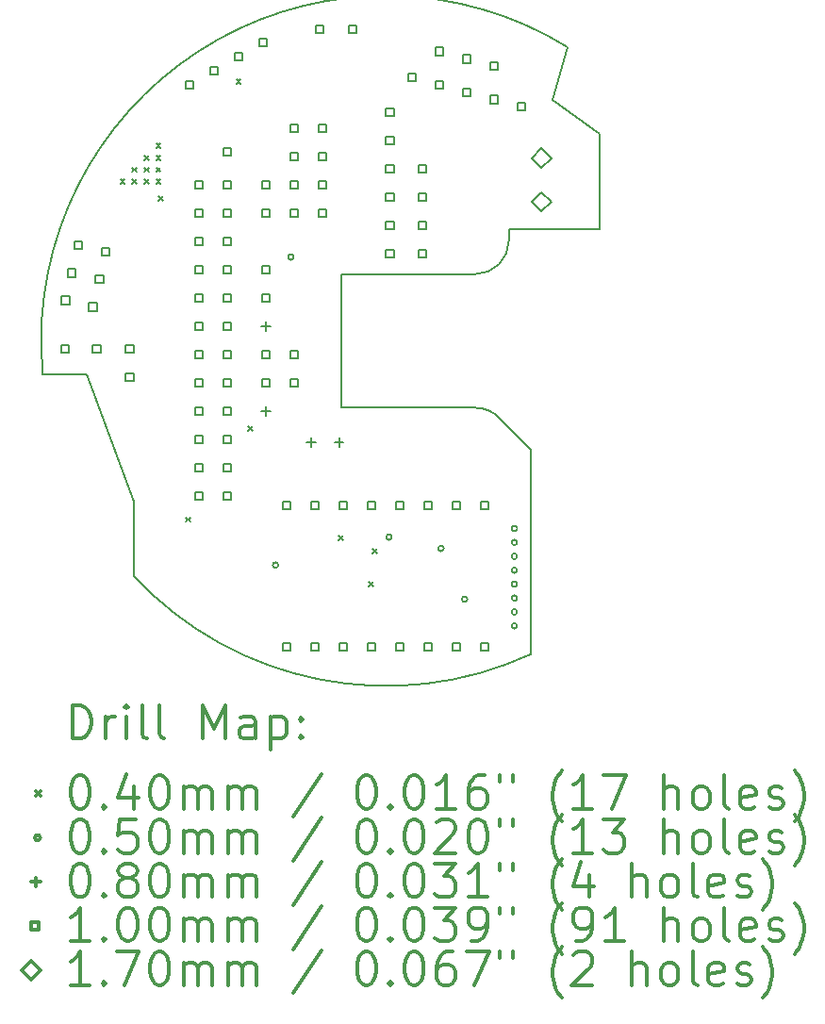
<source format=gbr>
%FSLAX45Y45*%
G04 Gerber Fmt 4.5, Leading zero omitted, Abs format (unit mm)*
G04 Created by KiCad (PCBNEW (5.0.2)-1) date 22/03/2019 14:34:31*
%MOMM*%
%LPD*%
G01*
G04 APERTURE LIST*
%ADD10C,0.150000*%
%ADD11C,0.200000*%
%ADD12C,0.300000*%
G04 APERTURE END LIST*
D10*
X6711980Y3799982D02*
G75*
G03X6492000Y3896000I-219980J-203982D01*
G01*
X6711980Y3799982D02*
X6992000Y3520000D01*
X3424795Y3050000D02*
X3424795Y2384809D01*
X3006000Y4196000D02*
X3424795Y3050000D01*
X2606551Y4195990D02*
X3006000Y4196000D01*
X7605000Y6352000D02*
X7188000Y6658000D01*
X7316967Y7135978D02*
X7188000Y6658000D01*
X7605000Y5496000D02*
X7605000Y6352000D01*
X3424795Y2384809D02*
G75*
G03X6992000Y1684000I2267205J2111191D01*
G01*
X6492000Y5096000D02*
G75*
G03X6792000Y5396000I0J300000D01*
G01*
X2606551Y4195990D02*
G75*
G02X2592000Y4496000I3085449J300010D01*
G01*
X7316967Y7135978D02*
G75*
G03X2592000Y4496000I-1624967J-2639978D01*
G01*
X5292000Y5096000D02*
X6492000Y5096000D01*
X6492000Y3896000D02*
X5292000Y3896000D01*
X6992000Y1684000D02*
X6992000Y3520000D01*
X6792000Y5496000D02*
X6792000Y5396000D01*
X5292000Y5096000D02*
X5292000Y3896000D01*
X6792000Y5496000D02*
X7605000Y5496000D01*
D11*
X3303000Y5946000D02*
X3343000Y5906000D01*
X3343000Y5946000D02*
X3303000Y5906000D01*
X3410667Y6053667D02*
X3450667Y6013667D01*
X3450667Y6053667D02*
X3410667Y6013667D01*
X3410667Y5946000D02*
X3450667Y5906000D01*
X3450667Y5946000D02*
X3410667Y5906000D01*
X3518333Y5946000D02*
X3558333Y5906000D01*
X3558333Y5946000D02*
X3518333Y5906000D01*
X3518333Y6161333D02*
X3558333Y6121333D01*
X3558333Y6161333D02*
X3518333Y6121333D01*
X3518333Y6053667D02*
X3558333Y6013667D01*
X3558333Y6053667D02*
X3518333Y6013667D01*
X3626000Y6269000D02*
X3666000Y6229000D01*
X3666000Y6269000D02*
X3626000Y6229000D01*
X3626000Y6161333D02*
X3666000Y6121333D01*
X3666000Y6161333D02*
X3626000Y6121333D01*
X3626000Y6053667D02*
X3666000Y6013667D01*
X3666000Y6053667D02*
X3626000Y6013667D01*
X3626000Y5946000D02*
X3666000Y5906000D01*
X3666000Y5946000D02*
X3626000Y5906000D01*
X3649000Y5794400D02*
X3689000Y5754400D01*
X3689000Y5794400D02*
X3649000Y5754400D01*
X3892000Y2912000D02*
X3932000Y2872000D01*
X3932000Y2912000D02*
X3892000Y2872000D01*
X4343941Y6842400D02*
X4383941Y6802400D01*
X4383941Y6842400D02*
X4343941Y6802400D01*
X4452000Y3731000D02*
X4492000Y3691000D01*
X4492000Y3731000D02*
X4452000Y3691000D01*
X5263000Y2747000D02*
X5303000Y2707000D01*
X5303000Y2747000D02*
X5263000Y2707000D01*
X5536000Y2331000D02*
X5576000Y2291000D01*
X5576000Y2331000D02*
X5536000Y2291000D01*
X5568000Y2629000D02*
X5608000Y2589000D01*
X5608000Y2629000D02*
X5568000Y2589000D01*
X4722000Y2484000D02*
G75*
G03X4722000Y2484000I-25000J0D01*
G01*
X4860000Y5249000D02*
G75*
G03X4860000Y5249000I-25000J0D01*
G01*
X5741000Y2734000D02*
G75*
G03X5741000Y2734000I-25000J0D01*
G01*
X6208000Y2632000D02*
G75*
G03X6208000Y2632000I-25000J0D01*
G01*
X6420000Y2177000D02*
G75*
G03X6420000Y2177000I-25000J0D01*
G01*
X6867000Y2812000D02*
G75*
G03X6867000Y2812000I-25000J0D01*
G01*
X6867000Y2687000D02*
G75*
G03X6867000Y2687000I-25000J0D01*
G01*
X6867000Y2562000D02*
G75*
G03X6867000Y2562000I-25000J0D01*
G01*
X6867000Y2437000D02*
G75*
G03X6867000Y2437000I-25000J0D01*
G01*
X6867000Y2312000D02*
G75*
G03X6867000Y2312000I-25000J0D01*
G01*
X6867000Y2187000D02*
G75*
G03X6867000Y2187000I-25000J0D01*
G01*
X6867000Y2062000D02*
G75*
G03X6867000Y2062000I-25000J0D01*
G01*
X6867000Y1937000D02*
G75*
G03X6867000Y1937000I-25000J0D01*
G01*
X4612000Y4666000D02*
X4612000Y4586000D01*
X4572000Y4626000D02*
X4652000Y4626000D01*
X4612000Y3904000D02*
X4612000Y3824000D01*
X4572000Y3864000D02*
X4652000Y3864000D01*
X5017000Y3626000D02*
X5017000Y3546000D01*
X4977000Y3586000D02*
X5057000Y3586000D01*
X5267000Y3626000D02*
X5267000Y3546000D01*
X5227000Y3586000D02*
X5307000Y3586000D01*
X6206356Y7059644D02*
X6206356Y7130356D01*
X6135644Y7130356D01*
X6135644Y7059644D01*
X6206356Y7059644D01*
X6451701Y6993904D02*
X6451701Y7064616D01*
X6380989Y7064616D01*
X6380989Y6993904D01*
X6451701Y6993904D01*
X6697046Y6928164D02*
X6697046Y6998876D01*
X6626335Y6998876D01*
X6626335Y6928164D01*
X6697046Y6928164D01*
X4643356Y5606644D02*
X4643356Y5677356D01*
X4572644Y5677356D01*
X4572644Y5606644D01*
X4643356Y5606644D01*
X5957155Y6826224D02*
X5957155Y6896936D01*
X5886444Y6896936D01*
X5886444Y6826224D01*
X5957155Y6826224D01*
X6202500Y6760484D02*
X6202500Y6831196D01*
X6131789Y6831196D01*
X6131789Y6760484D01*
X6202500Y6760484D01*
X6447845Y6694744D02*
X6447845Y6765456D01*
X6377134Y6765456D01*
X6377134Y6694744D01*
X6447845Y6694744D01*
X6693190Y6629004D02*
X6693190Y6699716D01*
X6622479Y6699716D01*
X6622479Y6629004D01*
X6693190Y6629004D01*
X6938536Y6563264D02*
X6938536Y6633976D01*
X6867824Y6633976D01*
X6867824Y6563264D01*
X6938536Y6563264D01*
X4647356Y5099644D02*
X4647356Y5170356D01*
X4576644Y5170356D01*
X4576644Y5099644D01*
X4647356Y5099644D01*
X4647356Y4845644D02*
X4647356Y4916356D01*
X4576644Y4916356D01*
X4576644Y4845644D01*
X4647356Y4845644D01*
X3422356Y4136644D02*
X3422356Y4207356D01*
X3351644Y4207356D01*
X3351644Y4136644D01*
X3422356Y4136644D01*
X3959356Y6761644D02*
X3959356Y6832356D01*
X3888644Y6832356D01*
X3888644Y6761644D01*
X3959356Y6761644D01*
X4179326Y6888644D02*
X4179326Y6959356D01*
X4108615Y6959356D01*
X4108615Y6888644D01*
X4179326Y6888644D01*
X4399297Y7015644D02*
X4399297Y7086356D01*
X4328585Y7086356D01*
X4328585Y7015644D01*
X4399297Y7015644D01*
X4619267Y7142644D02*
X4619267Y7213356D01*
X4548556Y7213356D01*
X4548556Y7142644D01*
X4619267Y7142644D01*
X6051356Y6004644D02*
X6051356Y6075356D01*
X5980644Y6075356D01*
X5980644Y6004644D01*
X6051356Y6004644D01*
X6051356Y5750644D02*
X6051356Y5821356D01*
X5980644Y5821356D01*
X5980644Y5750644D01*
X6051356Y5750644D01*
X6051356Y5496644D02*
X6051356Y5567356D01*
X5980644Y5567356D01*
X5980644Y5496644D01*
X6051356Y5496644D01*
X6051356Y5242644D02*
X6051356Y5313356D01*
X5980644Y5313356D01*
X5980644Y5242644D01*
X6051356Y5242644D01*
X4297356Y6160644D02*
X4297356Y6231356D01*
X4226644Y6231356D01*
X4226644Y6160644D01*
X4297356Y6160644D01*
X5127356Y7260644D02*
X5127356Y7331356D01*
X5056644Y7331356D01*
X5056644Y7260644D01*
X5127356Y7260644D01*
X4833156Y2982124D02*
X4833156Y3052836D01*
X4762444Y3052836D01*
X4762444Y2982124D01*
X4833156Y2982124D01*
X4833156Y1712124D02*
X4833156Y1782836D01*
X4762444Y1782836D01*
X4762444Y1712124D01*
X4833156Y1712124D01*
X5087156Y2982124D02*
X5087156Y3052836D01*
X5016444Y3052836D01*
X5016444Y2982124D01*
X5087156Y2982124D01*
X5087156Y1712124D02*
X5087156Y1782836D01*
X5016444Y1782836D01*
X5016444Y1712124D01*
X5087156Y1712124D01*
X5341156Y2982124D02*
X5341156Y3052836D01*
X5270444Y3052836D01*
X5270444Y2982124D01*
X5341156Y2982124D01*
X5341156Y1712124D02*
X5341156Y1782836D01*
X5270444Y1782836D01*
X5270444Y1712124D01*
X5341156Y1712124D01*
X5595156Y2982124D02*
X5595156Y3052836D01*
X5524444Y3052836D01*
X5524444Y2982124D01*
X5595156Y2982124D01*
X5595156Y1712124D02*
X5595156Y1782836D01*
X5524444Y1782836D01*
X5524444Y1712124D01*
X5595156Y1712124D01*
X5849156Y2982124D02*
X5849156Y3052836D01*
X5778444Y3052836D01*
X5778444Y2982124D01*
X5849156Y2982124D01*
X5849156Y1712124D02*
X5849156Y1782836D01*
X5778444Y1782836D01*
X5778444Y1712124D01*
X5849156Y1712124D01*
X6103156Y2982124D02*
X6103156Y3052836D01*
X6032444Y3052836D01*
X6032444Y2982124D01*
X6103156Y2982124D01*
X6103156Y1712124D02*
X6103156Y1782836D01*
X6032444Y1782836D01*
X6032444Y1712124D01*
X6103156Y1712124D01*
X6357156Y2982124D02*
X6357156Y3052836D01*
X6286444Y3052836D01*
X6286444Y2982124D01*
X6357156Y2982124D01*
X6357156Y1712124D02*
X6357156Y1782836D01*
X6286444Y1782836D01*
X6286444Y1712124D01*
X6357156Y1712124D01*
X6611156Y2982124D02*
X6611156Y3052836D01*
X6540444Y3052836D01*
X6540444Y2982124D01*
X6611156Y2982124D01*
X6611156Y1712124D02*
X6611156Y1782836D01*
X6540444Y1782836D01*
X6540444Y1712124D01*
X6611156Y1712124D01*
X4897356Y6370484D02*
X4897356Y6441196D01*
X4826644Y6441196D01*
X4826644Y6370484D01*
X4897356Y6370484D01*
X4897356Y6116484D02*
X4897356Y6187196D01*
X4826644Y6187196D01*
X4826644Y6116484D01*
X4897356Y6116484D01*
X4897356Y5862484D02*
X4897356Y5933196D01*
X4826644Y5933196D01*
X4826644Y5862484D01*
X4897356Y5862484D01*
X4897356Y5608484D02*
X4897356Y5679196D01*
X4826644Y5679196D01*
X4826644Y5608484D01*
X4897356Y5608484D01*
X5151356Y6370484D02*
X5151356Y6441196D01*
X5080644Y6441196D01*
X5080644Y6370484D01*
X5151356Y6370484D01*
X5151356Y6116484D02*
X5151356Y6187196D01*
X5080644Y6187196D01*
X5080644Y6116484D01*
X5151356Y6116484D01*
X5151356Y5862484D02*
X5151356Y5933196D01*
X5080644Y5933196D01*
X5080644Y5862484D01*
X5151356Y5862484D01*
X5151356Y5608484D02*
X5151356Y5679196D01*
X5080644Y5679196D01*
X5080644Y5608484D01*
X5151356Y5608484D01*
X2845751Y4824186D02*
X2845751Y4894897D01*
X2775039Y4894897D01*
X2775039Y4824186D01*
X2845751Y4824186D01*
X2902888Y5071676D02*
X2902888Y5142387D01*
X2832177Y5142387D01*
X2832177Y5071676D01*
X2902888Y5071676D01*
X2960026Y5319166D02*
X2960026Y5389877D01*
X2889314Y5389877D01*
X2889314Y5319166D01*
X2960026Y5319166D01*
X3093241Y4767048D02*
X3093241Y4837760D01*
X3022529Y4837760D01*
X3022529Y4767048D01*
X3093241Y4767048D01*
X3150378Y5014538D02*
X3150378Y5085250D01*
X3079667Y5085250D01*
X3079667Y5014538D01*
X3150378Y5014538D01*
X3207516Y5262028D02*
X3207516Y5332740D01*
X3136804Y5332740D01*
X3136804Y5262028D01*
X3207516Y5262028D01*
X4643356Y5862484D02*
X4643356Y5933196D01*
X4572644Y5933196D01*
X4572644Y5862484D01*
X4643356Y5862484D01*
X2844356Y4390644D02*
X2844356Y4461356D01*
X2773644Y4461356D01*
X2773644Y4390644D01*
X2844356Y4390644D01*
X3422356Y4390644D02*
X3422356Y4461356D01*
X3351644Y4461356D01*
X3351644Y4390644D01*
X3422356Y4390644D01*
X5758356Y6512644D02*
X5758356Y6583356D01*
X5687644Y6583356D01*
X5687644Y6512644D01*
X5758356Y6512644D01*
X5758356Y6258644D02*
X5758356Y6329356D01*
X5687644Y6329356D01*
X5687644Y6258644D01*
X5758356Y6258644D01*
X5758356Y6004644D02*
X5758356Y6075356D01*
X5687644Y6075356D01*
X5687644Y6004644D01*
X5758356Y6004644D01*
X5758356Y5750644D02*
X5758356Y5821356D01*
X5687644Y5821356D01*
X5687644Y5750644D01*
X5758356Y5750644D01*
X5758356Y5496644D02*
X5758356Y5567356D01*
X5687644Y5567356D01*
X5687644Y5496644D01*
X5758356Y5496644D01*
X5758356Y5242644D02*
X5758356Y5313356D01*
X5687644Y5313356D01*
X5687644Y5242644D01*
X5758356Y5242644D01*
X4043356Y5860644D02*
X4043356Y5931356D01*
X3972644Y5931356D01*
X3972644Y5860644D01*
X4043356Y5860644D01*
X4043356Y5606644D02*
X4043356Y5677356D01*
X3972644Y5677356D01*
X3972644Y5606644D01*
X4043356Y5606644D01*
X4043356Y5352644D02*
X4043356Y5423356D01*
X3972644Y5423356D01*
X3972644Y5352644D01*
X4043356Y5352644D01*
X4043356Y5098644D02*
X4043356Y5169356D01*
X3972644Y5169356D01*
X3972644Y5098644D01*
X4043356Y5098644D01*
X4043356Y4844644D02*
X4043356Y4915356D01*
X3972644Y4915356D01*
X3972644Y4844644D01*
X4043356Y4844644D01*
X4043356Y4590644D02*
X4043356Y4661356D01*
X3972644Y4661356D01*
X3972644Y4590644D01*
X4043356Y4590644D01*
X4043356Y4336644D02*
X4043356Y4407356D01*
X3972644Y4407356D01*
X3972644Y4336644D01*
X4043356Y4336644D01*
X4043356Y4082644D02*
X4043356Y4153356D01*
X3972644Y4153356D01*
X3972644Y4082644D01*
X4043356Y4082644D01*
X4043356Y3828644D02*
X4043356Y3899356D01*
X3972644Y3899356D01*
X3972644Y3828644D01*
X4043356Y3828644D01*
X4043356Y3574644D02*
X4043356Y3645356D01*
X3972644Y3645356D01*
X3972644Y3574644D01*
X4043356Y3574644D01*
X4043356Y3320644D02*
X4043356Y3391356D01*
X3972644Y3391356D01*
X3972644Y3320644D01*
X4043356Y3320644D01*
X4043356Y3066644D02*
X4043356Y3137356D01*
X3972644Y3137356D01*
X3972644Y3066644D01*
X4043356Y3066644D01*
X4297356Y5860644D02*
X4297356Y5931356D01*
X4226644Y5931356D01*
X4226644Y5860644D01*
X4297356Y5860644D01*
X4297356Y5606644D02*
X4297356Y5677356D01*
X4226644Y5677356D01*
X4226644Y5606644D01*
X4297356Y5606644D01*
X4297356Y5352644D02*
X4297356Y5423356D01*
X4226644Y5423356D01*
X4226644Y5352644D01*
X4297356Y5352644D01*
X4297356Y5098644D02*
X4297356Y5169356D01*
X4226644Y5169356D01*
X4226644Y5098644D01*
X4297356Y5098644D01*
X4297356Y4844644D02*
X4297356Y4915356D01*
X4226644Y4915356D01*
X4226644Y4844644D01*
X4297356Y4844644D01*
X4297356Y4590644D02*
X4297356Y4661356D01*
X4226644Y4661356D01*
X4226644Y4590644D01*
X4297356Y4590644D01*
X4297356Y4336644D02*
X4297356Y4407356D01*
X4226644Y4407356D01*
X4226644Y4336644D01*
X4297356Y4336644D01*
X4297356Y4082644D02*
X4297356Y4153356D01*
X4226644Y4153356D01*
X4226644Y4082644D01*
X4297356Y4082644D01*
X4297356Y3828644D02*
X4297356Y3899356D01*
X4226644Y3899356D01*
X4226644Y3828644D01*
X4297356Y3828644D01*
X4297356Y3574644D02*
X4297356Y3645356D01*
X4226644Y3645356D01*
X4226644Y3574644D01*
X4297356Y3574644D01*
X4297356Y3320644D02*
X4297356Y3391356D01*
X4226644Y3391356D01*
X4226644Y3320644D01*
X4297356Y3320644D01*
X4297356Y3066644D02*
X4297356Y3137356D01*
X4226644Y3137356D01*
X4226644Y3066644D01*
X4297356Y3066644D01*
X5427356Y7260644D02*
X5427356Y7331356D01*
X5356644Y7331356D01*
X5356644Y7260644D01*
X5427356Y7260644D01*
X3127356Y4390644D02*
X3127356Y4461356D01*
X3056644Y4461356D01*
X3056644Y4390644D01*
X3127356Y4390644D01*
X4647356Y4336644D02*
X4647356Y4407356D01*
X4576644Y4407356D01*
X4576644Y4336644D01*
X4647356Y4336644D01*
X4647356Y4082644D02*
X4647356Y4153356D01*
X4576644Y4153356D01*
X4576644Y4082644D01*
X4647356Y4082644D01*
X4901356Y4336644D02*
X4901356Y4407356D01*
X4830644Y4407356D01*
X4830644Y4336644D01*
X4901356Y4336644D01*
X4901356Y4082644D02*
X4901356Y4153356D01*
X4830644Y4153356D01*
X4830644Y4082644D01*
X4901356Y4082644D01*
X7087000Y6054000D02*
X7172000Y6139000D01*
X7087000Y6224000D01*
X7002000Y6139000D01*
X7087000Y6054000D01*
X7087000Y5658000D02*
X7172000Y5743000D01*
X7087000Y5828000D01*
X7002000Y5743000D01*
X7087000Y5658000D01*
D12*
X2870928Y924828D02*
X2870928Y1224828D01*
X2942357Y1224828D01*
X2985214Y1210542D01*
X3013786Y1181971D01*
X3028071Y1153399D01*
X3042357Y1096256D01*
X3042357Y1053399D01*
X3028071Y996256D01*
X3013786Y967685D01*
X2985214Y939113D01*
X2942357Y924828D01*
X2870928Y924828D01*
X3170928Y924828D02*
X3170928Y1124828D01*
X3170928Y1067685D02*
X3185214Y1096256D01*
X3199500Y1110542D01*
X3228071Y1124828D01*
X3256643Y1124828D01*
X3356643Y924828D02*
X3356643Y1124828D01*
X3356643Y1224828D02*
X3342357Y1210542D01*
X3356643Y1196256D01*
X3370928Y1210542D01*
X3356643Y1224828D01*
X3356643Y1196256D01*
X3542357Y924828D02*
X3513786Y939113D01*
X3499500Y967685D01*
X3499500Y1224828D01*
X3699500Y924828D02*
X3670928Y939113D01*
X3656643Y967685D01*
X3656643Y1224828D01*
X4042357Y924828D02*
X4042357Y1224828D01*
X4142357Y1010542D01*
X4242357Y1224828D01*
X4242357Y924828D01*
X4513786Y924828D02*
X4513786Y1081971D01*
X4499500Y1110542D01*
X4470928Y1124828D01*
X4413786Y1124828D01*
X4385214Y1110542D01*
X4513786Y939113D02*
X4485214Y924828D01*
X4413786Y924828D01*
X4385214Y939113D01*
X4370928Y967685D01*
X4370928Y996256D01*
X4385214Y1024828D01*
X4413786Y1039113D01*
X4485214Y1039113D01*
X4513786Y1053399D01*
X4656643Y1124828D02*
X4656643Y824828D01*
X4656643Y1110542D02*
X4685214Y1124828D01*
X4742357Y1124828D01*
X4770928Y1110542D01*
X4785214Y1096256D01*
X4799500Y1067685D01*
X4799500Y981970D01*
X4785214Y953399D01*
X4770928Y939113D01*
X4742357Y924828D01*
X4685214Y924828D01*
X4656643Y939113D01*
X4928071Y953399D02*
X4942357Y939113D01*
X4928071Y924828D01*
X4913786Y939113D01*
X4928071Y953399D01*
X4928071Y924828D01*
X4928071Y1110542D02*
X4942357Y1096256D01*
X4928071Y1081971D01*
X4913786Y1096256D01*
X4928071Y1110542D01*
X4928071Y1081971D01*
X2544500Y450542D02*
X2584500Y410542D01*
X2584500Y450542D02*
X2544500Y410542D01*
X2928071Y594828D02*
X2956643Y594828D01*
X2985214Y580542D01*
X2999500Y566256D01*
X3013786Y537685D01*
X3028071Y480542D01*
X3028071Y409113D01*
X3013786Y351970D01*
X2999500Y323399D01*
X2985214Y309113D01*
X2956643Y294828D01*
X2928071Y294828D01*
X2899500Y309113D01*
X2885214Y323399D01*
X2870928Y351970D01*
X2856643Y409113D01*
X2856643Y480542D01*
X2870928Y537685D01*
X2885214Y566256D01*
X2899500Y580542D01*
X2928071Y594828D01*
X3156643Y323399D02*
X3170928Y309113D01*
X3156643Y294828D01*
X3142357Y309113D01*
X3156643Y323399D01*
X3156643Y294828D01*
X3428071Y494828D02*
X3428071Y294828D01*
X3356643Y609113D02*
X3285214Y394828D01*
X3470928Y394828D01*
X3642357Y594828D02*
X3670928Y594828D01*
X3699500Y580542D01*
X3713786Y566256D01*
X3728071Y537685D01*
X3742357Y480542D01*
X3742357Y409113D01*
X3728071Y351970D01*
X3713786Y323399D01*
X3699500Y309113D01*
X3670928Y294828D01*
X3642357Y294828D01*
X3613786Y309113D01*
X3599500Y323399D01*
X3585214Y351970D01*
X3570928Y409113D01*
X3570928Y480542D01*
X3585214Y537685D01*
X3599500Y566256D01*
X3613786Y580542D01*
X3642357Y594828D01*
X3870928Y294828D02*
X3870928Y494828D01*
X3870928Y466256D02*
X3885214Y480542D01*
X3913786Y494828D01*
X3956643Y494828D01*
X3985214Y480542D01*
X3999500Y451970D01*
X3999500Y294828D01*
X3999500Y451970D02*
X4013786Y480542D01*
X4042357Y494828D01*
X4085214Y494828D01*
X4113786Y480542D01*
X4128071Y451970D01*
X4128071Y294828D01*
X4270928Y294828D02*
X4270928Y494828D01*
X4270928Y466256D02*
X4285214Y480542D01*
X4313786Y494828D01*
X4356643Y494828D01*
X4385214Y480542D01*
X4399500Y451970D01*
X4399500Y294828D01*
X4399500Y451970D02*
X4413786Y480542D01*
X4442357Y494828D01*
X4485214Y494828D01*
X4513786Y480542D01*
X4528071Y451970D01*
X4528071Y294828D01*
X5113786Y609113D02*
X4856643Y223399D01*
X5499500Y594828D02*
X5528071Y594828D01*
X5556643Y580542D01*
X5570928Y566256D01*
X5585214Y537685D01*
X5599500Y480542D01*
X5599500Y409113D01*
X5585214Y351970D01*
X5570928Y323399D01*
X5556643Y309113D01*
X5528071Y294828D01*
X5499500Y294828D01*
X5470928Y309113D01*
X5456643Y323399D01*
X5442357Y351970D01*
X5428071Y409113D01*
X5428071Y480542D01*
X5442357Y537685D01*
X5456643Y566256D01*
X5470928Y580542D01*
X5499500Y594828D01*
X5728071Y323399D02*
X5742357Y309113D01*
X5728071Y294828D01*
X5713786Y309113D01*
X5728071Y323399D01*
X5728071Y294828D01*
X5928071Y594828D02*
X5956643Y594828D01*
X5985214Y580542D01*
X5999500Y566256D01*
X6013786Y537685D01*
X6028071Y480542D01*
X6028071Y409113D01*
X6013786Y351970D01*
X5999500Y323399D01*
X5985214Y309113D01*
X5956643Y294828D01*
X5928071Y294828D01*
X5899500Y309113D01*
X5885214Y323399D01*
X5870928Y351970D01*
X5856643Y409113D01*
X5856643Y480542D01*
X5870928Y537685D01*
X5885214Y566256D01*
X5899500Y580542D01*
X5928071Y594828D01*
X6313786Y294828D02*
X6142357Y294828D01*
X6228071Y294828D02*
X6228071Y594828D01*
X6199500Y551971D01*
X6170928Y523399D01*
X6142357Y509113D01*
X6570928Y594828D02*
X6513786Y594828D01*
X6485214Y580542D01*
X6470928Y566256D01*
X6442357Y523399D01*
X6428071Y466256D01*
X6428071Y351970D01*
X6442357Y323399D01*
X6456643Y309113D01*
X6485214Y294828D01*
X6542357Y294828D01*
X6570928Y309113D01*
X6585214Y323399D01*
X6599500Y351970D01*
X6599500Y423399D01*
X6585214Y451970D01*
X6570928Y466256D01*
X6542357Y480542D01*
X6485214Y480542D01*
X6456643Y466256D01*
X6442357Y451970D01*
X6428071Y423399D01*
X6713786Y594828D02*
X6713786Y537685D01*
X6828071Y594828D02*
X6828071Y537685D01*
X7270928Y180542D02*
X7256643Y194828D01*
X7228071Y237685D01*
X7213786Y266256D01*
X7199500Y309113D01*
X7185214Y380542D01*
X7185214Y437685D01*
X7199500Y509113D01*
X7213786Y551971D01*
X7228071Y580542D01*
X7256643Y623399D01*
X7270928Y637685D01*
X7542357Y294828D02*
X7370928Y294828D01*
X7456643Y294828D02*
X7456643Y594828D01*
X7428071Y551971D01*
X7399500Y523399D01*
X7370928Y509113D01*
X7642357Y594828D02*
X7842357Y594828D01*
X7713786Y294828D01*
X8185214Y294828D02*
X8185214Y594828D01*
X8313786Y294828D02*
X8313786Y451970D01*
X8299500Y480542D01*
X8270928Y494828D01*
X8228071Y494828D01*
X8199500Y480542D01*
X8185214Y466256D01*
X8499500Y294828D02*
X8470928Y309113D01*
X8456643Y323399D01*
X8442357Y351970D01*
X8442357Y437685D01*
X8456643Y466256D01*
X8470928Y480542D01*
X8499500Y494828D01*
X8542357Y494828D01*
X8570928Y480542D01*
X8585214Y466256D01*
X8599500Y437685D01*
X8599500Y351970D01*
X8585214Y323399D01*
X8570928Y309113D01*
X8542357Y294828D01*
X8499500Y294828D01*
X8770928Y294828D02*
X8742357Y309113D01*
X8728071Y337685D01*
X8728071Y594828D01*
X8999500Y309113D02*
X8970928Y294828D01*
X8913786Y294828D01*
X8885214Y309113D01*
X8870928Y337685D01*
X8870928Y451970D01*
X8885214Y480542D01*
X8913786Y494828D01*
X8970928Y494828D01*
X8999500Y480542D01*
X9013786Y451970D01*
X9013786Y423399D01*
X8870928Y394828D01*
X9128071Y309113D02*
X9156643Y294828D01*
X9213786Y294828D01*
X9242357Y309113D01*
X9256643Y337685D01*
X9256643Y351970D01*
X9242357Y380542D01*
X9213786Y394828D01*
X9170928Y394828D01*
X9142357Y409113D01*
X9128071Y437685D01*
X9128071Y451970D01*
X9142357Y480542D01*
X9170928Y494828D01*
X9213786Y494828D01*
X9242357Y480542D01*
X9356643Y180542D02*
X9370928Y194828D01*
X9399500Y237685D01*
X9413786Y266256D01*
X9428071Y309113D01*
X9442357Y380542D01*
X9442357Y437685D01*
X9428071Y509113D01*
X9413786Y551971D01*
X9399500Y580542D01*
X9370928Y623399D01*
X9356643Y637685D01*
X2584500Y34542D02*
G75*
G03X2584500Y34542I-25000J0D01*
G01*
X2928071Y198828D02*
X2956643Y198828D01*
X2985214Y184542D01*
X2999500Y170256D01*
X3013786Y141685D01*
X3028071Y84542D01*
X3028071Y13113D01*
X3013786Y-44029D01*
X2999500Y-72601D01*
X2985214Y-86887D01*
X2956643Y-101172D01*
X2928071Y-101172D01*
X2899500Y-86887D01*
X2885214Y-72601D01*
X2870928Y-44029D01*
X2856643Y13113D01*
X2856643Y84542D01*
X2870928Y141685D01*
X2885214Y170256D01*
X2899500Y184542D01*
X2928071Y198828D01*
X3156643Y-72601D02*
X3170928Y-86887D01*
X3156643Y-101172D01*
X3142357Y-86887D01*
X3156643Y-72601D01*
X3156643Y-101172D01*
X3442357Y198828D02*
X3299500Y198828D01*
X3285214Y55970D01*
X3299500Y70256D01*
X3328071Y84542D01*
X3399500Y84542D01*
X3428071Y70256D01*
X3442357Y55970D01*
X3456643Y27399D01*
X3456643Y-44029D01*
X3442357Y-72601D01*
X3428071Y-86887D01*
X3399500Y-101172D01*
X3328071Y-101172D01*
X3299500Y-86887D01*
X3285214Y-72601D01*
X3642357Y198828D02*
X3670928Y198828D01*
X3699500Y184542D01*
X3713786Y170256D01*
X3728071Y141685D01*
X3742357Y84542D01*
X3742357Y13113D01*
X3728071Y-44029D01*
X3713786Y-72601D01*
X3699500Y-86887D01*
X3670928Y-101172D01*
X3642357Y-101172D01*
X3613786Y-86887D01*
X3599500Y-72601D01*
X3585214Y-44029D01*
X3570928Y13113D01*
X3570928Y84542D01*
X3585214Y141685D01*
X3599500Y170256D01*
X3613786Y184542D01*
X3642357Y198828D01*
X3870928Y-101172D02*
X3870928Y98828D01*
X3870928Y70256D02*
X3885214Y84542D01*
X3913786Y98828D01*
X3956643Y98828D01*
X3985214Y84542D01*
X3999500Y55970D01*
X3999500Y-101172D01*
X3999500Y55970D02*
X4013786Y84542D01*
X4042357Y98828D01*
X4085214Y98828D01*
X4113786Y84542D01*
X4128071Y55970D01*
X4128071Y-101172D01*
X4270928Y-101172D02*
X4270928Y98828D01*
X4270928Y70256D02*
X4285214Y84542D01*
X4313786Y98828D01*
X4356643Y98828D01*
X4385214Y84542D01*
X4399500Y55970D01*
X4399500Y-101172D01*
X4399500Y55970D02*
X4413786Y84542D01*
X4442357Y98828D01*
X4485214Y98828D01*
X4513786Y84542D01*
X4528071Y55970D01*
X4528071Y-101172D01*
X5113786Y213113D02*
X4856643Y-172601D01*
X5499500Y198828D02*
X5528071Y198828D01*
X5556643Y184542D01*
X5570928Y170256D01*
X5585214Y141685D01*
X5599500Y84542D01*
X5599500Y13113D01*
X5585214Y-44029D01*
X5570928Y-72601D01*
X5556643Y-86887D01*
X5528071Y-101172D01*
X5499500Y-101172D01*
X5470928Y-86887D01*
X5456643Y-72601D01*
X5442357Y-44029D01*
X5428071Y13113D01*
X5428071Y84542D01*
X5442357Y141685D01*
X5456643Y170256D01*
X5470928Y184542D01*
X5499500Y198828D01*
X5728071Y-72601D02*
X5742357Y-86887D01*
X5728071Y-101172D01*
X5713786Y-86887D01*
X5728071Y-72601D01*
X5728071Y-101172D01*
X5928071Y198828D02*
X5956643Y198828D01*
X5985214Y184542D01*
X5999500Y170256D01*
X6013786Y141685D01*
X6028071Y84542D01*
X6028071Y13113D01*
X6013786Y-44029D01*
X5999500Y-72601D01*
X5985214Y-86887D01*
X5956643Y-101172D01*
X5928071Y-101172D01*
X5899500Y-86887D01*
X5885214Y-72601D01*
X5870928Y-44029D01*
X5856643Y13113D01*
X5856643Y84542D01*
X5870928Y141685D01*
X5885214Y170256D01*
X5899500Y184542D01*
X5928071Y198828D01*
X6142357Y170256D02*
X6156643Y184542D01*
X6185214Y198828D01*
X6256643Y198828D01*
X6285214Y184542D01*
X6299500Y170256D01*
X6313786Y141685D01*
X6313786Y113113D01*
X6299500Y70256D01*
X6128071Y-101172D01*
X6313786Y-101172D01*
X6499500Y198828D02*
X6528071Y198828D01*
X6556643Y184542D01*
X6570928Y170256D01*
X6585214Y141685D01*
X6599500Y84542D01*
X6599500Y13113D01*
X6585214Y-44029D01*
X6570928Y-72601D01*
X6556643Y-86887D01*
X6528071Y-101172D01*
X6499500Y-101172D01*
X6470928Y-86887D01*
X6456643Y-72601D01*
X6442357Y-44029D01*
X6428071Y13113D01*
X6428071Y84542D01*
X6442357Y141685D01*
X6456643Y170256D01*
X6470928Y184542D01*
X6499500Y198828D01*
X6713786Y198828D02*
X6713786Y141685D01*
X6828071Y198828D02*
X6828071Y141685D01*
X7270928Y-215458D02*
X7256643Y-201172D01*
X7228071Y-158315D01*
X7213786Y-129744D01*
X7199500Y-86887D01*
X7185214Y-15458D01*
X7185214Y41685D01*
X7199500Y113113D01*
X7213786Y155971D01*
X7228071Y184542D01*
X7256643Y227399D01*
X7270928Y241685D01*
X7542357Y-101172D02*
X7370928Y-101172D01*
X7456643Y-101172D02*
X7456643Y198828D01*
X7428071Y155971D01*
X7399500Y127399D01*
X7370928Y113113D01*
X7642357Y198828D02*
X7828071Y198828D01*
X7728071Y84542D01*
X7770928Y84542D01*
X7799500Y70256D01*
X7813786Y55970D01*
X7828071Y27399D01*
X7828071Y-44029D01*
X7813786Y-72601D01*
X7799500Y-86887D01*
X7770928Y-101172D01*
X7685214Y-101172D01*
X7656643Y-86887D01*
X7642357Y-72601D01*
X8185214Y-101172D02*
X8185214Y198828D01*
X8313786Y-101172D02*
X8313786Y55970D01*
X8299500Y84542D01*
X8270928Y98828D01*
X8228071Y98828D01*
X8199500Y84542D01*
X8185214Y70256D01*
X8499500Y-101172D02*
X8470928Y-86887D01*
X8456643Y-72601D01*
X8442357Y-44029D01*
X8442357Y41685D01*
X8456643Y70256D01*
X8470928Y84542D01*
X8499500Y98828D01*
X8542357Y98828D01*
X8570928Y84542D01*
X8585214Y70256D01*
X8599500Y41685D01*
X8599500Y-44029D01*
X8585214Y-72601D01*
X8570928Y-86887D01*
X8542357Y-101172D01*
X8499500Y-101172D01*
X8770928Y-101172D02*
X8742357Y-86887D01*
X8728071Y-58315D01*
X8728071Y198828D01*
X8999500Y-86887D02*
X8970928Y-101172D01*
X8913786Y-101172D01*
X8885214Y-86887D01*
X8870928Y-58315D01*
X8870928Y55970D01*
X8885214Y84542D01*
X8913786Y98828D01*
X8970928Y98828D01*
X8999500Y84542D01*
X9013786Y55970D01*
X9013786Y27399D01*
X8870928Y-1172D01*
X9128071Y-86887D02*
X9156643Y-101172D01*
X9213786Y-101172D01*
X9242357Y-86887D01*
X9256643Y-58315D01*
X9256643Y-44029D01*
X9242357Y-15458D01*
X9213786Y-1172D01*
X9170928Y-1172D01*
X9142357Y13113D01*
X9128071Y41685D01*
X9128071Y55970D01*
X9142357Y84542D01*
X9170928Y98828D01*
X9213786Y98828D01*
X9242357Y84542D01*
X9356643Y-215458D02*
X9370928Y-201172D01*
X9399500Y-158315D01*
X9413786Y-129744D01*
X9428071Y-86887D01*
X9442357Y-15458D01*
X9442357Y41685D01*
X9428071Y113113D01*
X9413786Y155971D01*
X9399500Y184542D01*
X9370928Y227399D01*
X9356643Y241685D01*
X2544500Y-321458D02*
X2544500Y-401458D01*
X2504500Y-361458D02*
X2584500Y-361458D01*
X2928071Y-197172D02*
X2956643Y-197172D01*
X2985214Y-211458D01*
X2999500Y-225744D01*
X3013786Y-254315D01*
X3028071Y-311458D01*
X3028071Y-382887D01*
X3013786Y-440029D01*
X2999500Y-468601D01*
X2985214Y-482887D01*
X2956643Y-497172D01*
X2928071Y-497172D01*
X2899500Y-482887D01*
X2885214Y-468601D01*
X2870928Y-440029D01*
X2856643Y-382887D01*
X2856643Y-311458D01*
X2870928Y-254315D01*
X2885214Y-225744D01*
X2899500Y-211458D01*
X2928071Y-197172D01*
X3156643Y-468601D02*
X3170928Y-482887D01*
X3156643Y-497172D01*
X3142357Y-482887D01*
X3156643Y-468601D01*
X3156643Y-497172D01*
X3342357Y-325744D02*
X3313786Y-311458D01*
X3299500Y-297172D01*
X3285214Y-268601D01*
X3285214Y-254315D01*
X3299500Y-225744D01*
X3313786Y-211458D01*
X3342357Y-197172D01*
X3399500Y-197172D01*
X3428071Y-211458D01*
X3442357Y-225744D01*
X3456643Y-254315D01*
X3456643Y-268601D01*
X3442357Y-297172D01*
X3428071Y-311458D01*
X3399500Y-325744D01*
X3342357Y-325744D01*
X3313786Y-340030D01*
X3299500Y-354315D01*
X3285214Y-382887D01*
X3285214Y-440029D01*
X3299500Y-468601D01*
X3313786Y-482887D01*
X3342357Y-497172D01*
X3399500Y-497172D01*
X3428071Y-482887D01*
X3442357Y-468601D01*
X3456643Y-440029D01*
X3456643Y-382887D01*
X3442357Y-354315D01*
X3428071Y-340030D01*
X3399500Y-325744D01*
X3642357Y-197172D02*
X3670928Y-197172D01*
X3699500Y-211458D01*
X3713786Y-225744D01*
X3728071Y-254315D01*
X3742357Y-311458D01*
X3742357Y-382887D01*
X3728071Y-440029D01*
X3713786Y-468601D01*
X3699500Y-482887D01*
X3670928Y-497172D01*
X3642357Y-497172D01*
X3613786Y-482887D01*
X3599500Y-468601D01*
X3585214Y-440029D01*
X3570928Y-382887D01*
X3570928Y-311458D01*
X3585214Y-254315D01*
X3599500Y-225744D01*
X3613786Y-211458D01*
X3642357Y-197172D01*
X3870928Y-497172D02*
X3870928Y-297172D01*
X3870928Y-325744D02*
X3885214Y-311458D01*
X3913786Y-297172D01*
X3956643Y-297172D01*
X3985214Y-311458D01*
X3999500Y-340030D01*
X3999500Y-497172D01*
X3999500Y-340030D02*
X4013786Y-311458D01*
X4042357Y-297172D01*
X4085214Y-297172D01*
X4113786Y-311458D01*
X4128071Y-340030D01*
X4128071Y-497172D01*
X4270928Y-497172D02*
X4270928Y-297172D01*
X4270928Y-325744D02*
X4285214Y-311458D01*
X4313786Y-297172D01*
X4356643Y-297172D01*
X4385214Y-311458D01*
X4399500Y-340030D01*
X4399500Y-497172D01*
X4399500Y-340030D02*
X4413786Y-311458D01*
X4442357Y-297172D01*
X4485214Y-297172D01*
X4513786Y-311458D01*
X4528071Y-340030D01*
X4528071Y-497172D01*
X5113786Y-182887D02*
X4856643Y-568601D01*
X5499500Y-197172D02*
X5528071Y-197172D01*
X5556643Y-211458D01*
X5570928Y-225744D01*
X5585214Y-254315D01*
X5599500Y-311458D01*
X5599500Y-382887D01*
X5585214Y-440029D01*
X5570928Y-468601D01*
X5556643Y-482887D01*
X5528071Y-497172D01*
X5499500Y-497172D01*
X5470928Y-482887D01*
X5456643Y-468601D01*
X5442357Y-440029D01*
X5428071Y-382887D01*
X5428071Y-311458D01*
X5442357Y-254315D01*
X5456643Y-225744D01*
X5470928Y-211458D01*
X5499500Y-197172D01*
X5728071Y-468601D02*
X5742357Y-482887D01*
X5728071Y-497172D01*
X5713786Y-482887D01*
X5728071Y-468601D01*
X5728071Y-497172D01*
X5928071Y-197172D02*
X5956643Y-197172D01*
X5985214Y-211458D01*
X5999500Y-225744D01*
X6013786Y-254315D01*
X6028071Y-311458D01*
X6028071Y-382887D01*
X6013786Y-440029D01*
X5999500Y-468601D01*
X5985214Y-482887D01*
X5956643Y-497172D01*
X5928071Y-497172D01*
X5899500Y-482887D01*
X5885214Y-468601D01*
X5870928Y-440029D01*
X5856643Y-382887D01*
X5856643Y-311458D01*
X5870928Y-254315D01*
X5885214Y-225744D01*
X5899500Y-211458D01*
X5928071Y-197172D01*
X6128071Y-197172D02*
X6313786Y-197172D01*
X6213786Y-311458D01*
X6256643Y-311458D01*
X6285214Y-325744D01*
X6299500Y-340030D01*
X6313786Y-368601D01*
X6313786Y-440029D01*
X6299500Y-468601D01*
X6285214Y-482887D01*
X6256643Y-497172D01*
X6170928Y-497172D01*
X6142357Y-482887D01*
X6128071Y-468601D01*
X6599500Y-497172D02*
X6428071Y-497172D01*
X6513786Y-497172D02*
X6513786Y-197172D01*
X6485214Y-240029D01*
X6456643Y-268601D01*
X6428071Y-282887D01*
X6713786Y-197172D02*
X6713786Y-254315D01*
X6828071Y-197172D02*
X6828071Y-254315D01*
X7270928Y-611458D02*
X7256643Y-597172D01*
X7228071Y-554315D01*
X7213786Y-525744D01*
X7199500Y-482887D01*
X7185214Y-411458D01*
X7185214Y-354315D01*
X7199500Y-282887D01*
X7213786Y-240029D01*
X7228071Y-211458D01*
X7256643Y-168601D01*
X7270928Y-154315D01*
X7513786Y-297172D02*
X7513786Y-497172D01*
X7442357Y-182887D02*
X7370928Y-397172D01*
X7556643Y-397172D01*
X7899500Y-497172D02*
X7899500Y-197172D01*
X8028071Y-497172D02*
X8028071Y-340030D01*
X8013786Y-311458D01*
X7985214Y-297172D01*
X7942357Y-297172D01*
X7913786Y-311458D01*
X7899500Y-325744D01*
X8213786Y-497172D02*
X8185214Y-482887D01*
X8170928Y-468601D01*
X8156643Y-440029D01*
X8156643Y-354315D01*
X8170928Y-325744D01*
X8185214Y-311458D01*
X8213786Y-297172D01*
X8256643Y-297172D01*
X8285214Y-311458D01*
X8299500Y-325744D01*
X8313786Y-354315D01*
X8313786Y-440029D01*
X8299500Y-468601D01*
X8285214Y-482887D01*
X8256643Y-497172D01*
X8213786Y-497172D01*
X8485214Y-497172D02*
X8456643Y-482887D01*
X8442357Y-454315D01*
X8442357Y-197172D01*
X8713786Y-482887D02*
X8685214Y-497172D01*
X8628071Y-497172D01*
X8599500Y-482887D01*
X8585214Y-454315D01*
X8585214Y-340030D01*
X8599500Y-311458D01*
X8628071Y-297172D01*
X8685214Y-297172D01*
X8713786Y-311458D01*
X8728071Y-340030D01*
X8728071Y-368601D01*
X8585214Y-397172D01*
X8842357Y-482887D02*
X8870928Y-497172D01*
X8928071Y-497172D01*
X8956643Y-482887D01*
X8970928Y-454315D01*
X8970928Y-440029D01*
X8956643Y-411458D01*
X8928071Y-397172D01*
X8885214Y-397172D01*
X8856643Y-382887D01*
X8842357Y-354315D01*
X8842357Y-340030D01*
X8856643Y-311458D01*
X8885214Y-297172D01*
X8928071Y-297172D01*
X8956643Y-311458D01*
X9070928Y-611458D02*
X9085214Y-597172D01*
X9113786Y-554315D01*
X9128071Y-525744D01*
X9142357Y-482887D01*
X9156643Y-411458D01*
X9156643Y-354315D01*
X9142357Y-282887D01*
X9128071Y-240029D01*
X9113786Y-211458D01*
X9085214Y-168601D01*
X9070928Y-154315D01*
X2569856Y-792814D02*
X2569856Y-722102D01*
X2499144Y-722102D01*
X2499144Y-792814D01*
X2569856Y-792814D01*
X3028071Y-893172D02*
X2856643Y-893172D01*
X2942357Y-893172D02*
X2942357Y-593172D01*
X2913786Y-636030D01*
X2885214Y-664601D01*
X2856643Y-678887D01*
X3156643Y-864601D02*
X3170928Y-878887D01*
X3156643Y-893172D01*
X3142357Y-878887D01*
X3156643Y-864601D01*
X3156643Y-893172D01*
X3356643Y-593172D02*
X3385214Y-593172D01*
X3413786Y-607458D01*
X3428071Y-621744D01*
X3442357Y-650315D01*
X3456643Y-707458D01*
X3456643Y-778887D01*
X3442357Y-836029D01*
X3428071Y-864601D01*
X3413786Y-878887D01*
X3385214Y-893172D01*
X3356643Y-893172D01*
X3328071Y-878887D01*
X3313786Y-864601D01*
X3299500Y-836029D01*
X3285214Y-778887D01*
X3285214Y-707458D01*
X3299500Y-650315D01*
X3313786Y-621744D01*
X3328071Y-607458D01*
X3356643Y-593172D01*
X3642357Y-593172D02*
X3670928Y-593172D01*
X3699500Y-607458D01*
X3713786Y-621744D01*
X3728071Y-650315D01*
X3742357Y-707458D01*
X3742357Y-778887D01*
X3728071Y-836029D01*
X3713786Y-864601D01*
X3699500Y-878887D01*
X3670928Y-893172D01*
X3642357Y-893172D01*
X3613786Y-878887D01*
X3599500Y-864601D01*
X3585214Y-836029D01*
X3570928Y-778887D01*
X3570928Y-707458D01*
X3585214Y-650315D01*
X3599500Y-621744D01*
X3613786Y-607458D01*
X3642357Y-593172D01*
X3870928Y-893172D02*
X3870928Y-693172D01*
X3870928Y-721744D02*
X3885214Y-707458D01*
X3913786Y-693172D01*
X3956643Y-693172D01*
X3985214Y-707458D01*
X3999500Y-736029D01*
X3999500Y-893172D01*
X3999500Y-736029D02*
X4013786Y-707458D01*
X4042357Y-693172D01*
X4085214Y-693172D01*
X4113786Y-707458D01*
X4128071Y-736029D01*
X4128071Y-893172D01*
X4270928Y-893172D02*
X4270928Y-693172D01*
X4270928Y-721744D02*
X4285214Y-707458D01*
X4313786Y-693172D01*
X4356643Y-693172D01*
X4385214Y-707458D01*
X4399500Y-736029D01*
X4399500Y-893172D01*
X4399500Y-736029D02*
X4413786Y-707458D01*
X4442357Y-693172D01*
X4485214Y-693172D01*
X4513786Y-707458D01*
X4528071Y-736029D01*
X4528071Y-893172D01*
X5113786Y-578887D02*
X4856643Y-964601D01*
X5499500Y-593172D02*
X5528071Y-593172D01*
X5556643Y-607458D01*
X5570928Y-621744D01*
X5585214Y-650315D01*
X5599500Y-707458D01*
X5599500Y-778887D01*
X5585214Y-836029D01*
X5570928Y-864601D01*
X5556643Y-878887D01*
X5528071Y-893172D01*
X5499500Y-893172D01*
X5470928Y-878887D01*
X5456643Y-864601D01*
X5442357Y-836029D01*
X5428071Y-778887D01*
X5428071Y-707458D01*
X5442357Y-650315D01*
X5456643Y-621744D01*
X5470928Y-607458D01*
X5499500Y-593172D01*
X5728071Y-864601D02*
X5742357Y-878887D01*
X5728071Y-893172D01*
X5713786Y-878887D01*
X5728071Y-864601D01*
X5728071Y-893172D01*
X5928071Y-593172D02*
X5956643Y-593172D01*
X5985214Y-607458D01*
X5999500Y-621744D01*
X6013786Y-650315D01*
X6028071Y-707458D01*
X6028071Y-778887D01*
X6013786Y-836029D01*
X5999500Y-864601D01*
X5985214Y-878887D01*
X5956643Y-893172D01*
X5928071Y-893172D01*
X5899500Y-878887D01*
X5885214Y-864601D01*
X5870928Y-836029D01*
X5856643Y-778887D01*
X5856643Y-707458D01*
X5870928Y-650315D01*
X5885214Y-621744D01*
X5899500Y-607458D01*
X5928071Y-593172D01*
X6128071Y-593172D02*
X6313786Y-593172D01*
X6213786Y-707458D01*
X6256643Y-707458D01*
X6285214Y-721744D01*
X6299500Y-736029D01*
X6313786Y-764601D01*
X6313786Y-836029D01*
X6299500Y-864601D01*
X6285214Y-878887D01*
X6256643Y-893172D01*
X6170928Y-893172D01*
X6142357Y-878887D01*
X6128071Y-864601D01*
X6456643Y-893172D02*
X6513786Y-893172D01*
X6542357Y-878887D01*
X6556643Y-864601D01*
X6585214Y-821744D01*
X6599500Y-764601D01*
X6599500Y-650315D01*
X6585214Y-621744D01*
X6570928Y-607458D01*
X6542357Y-593172D01*
X6485214Y-593172D01*
X6456643Y-607458D01*
X6442357Y-621744D01*
X6428071Y-650315D01*
X6428071Y-721744D01*
X6442357Y-750315D01*
X6456643Y-764601D01*
X6485214Y-778887D01*
X6542357Y-778887D01*
X6570928Y-764601D01*
X6585214Y-750315D01*
X6599500Y-721744D01*
X6713786Y-593172D02*
X6713786Y-650315D01*
X6828071Y-593172D02*
X6828071Y-650315D01*
X7270928Y-1007458D02*
X7256643Y-993172D01*
X7228071Y-950315D01*
X7213786Y-921744D01*
X7199500Y-878887D01*
X7185214Y-807458D01*
X7185214Y-750315D01*
X7199500Y-678887D01*
X7213786Y-636030D01*
X7228071Y-607458D01*
X7256643Y-564601D01*
X7270928Y-550315D01*
X7399500Y-893172D02*
X7456643Y-893172D01*
X7485214Y-878887D01*
X7499500Y-864601D01*
X7528071Y-821744D01*
X7542357Y-764601D01*
X7542357Y-650315D01*
X7528071Y-621744D01*
X7513786Y-607458D01*
X7485214Y-593172D01*
X7428071Y-593172D01*
X7399500Y-607458D01*
X7385214Y-621744D01*
X7370928Y-650315D01*
X7370928Y-721744D01*
X7385214Y-750315D01*
X7399500Y-764601D01*
X7428071Y-778887D01*
X7485214Y-778887D01*
X7513786Y-764601D01*
X7528071Y-750315D01*
X7542357Y-721744D01*
X7828071Y-893172D02*
X7656643Y-893172D01*
X7742357Y-893172D02*
X7742357Y-593172D01*
X7713786Y-636030D01*
X7685214Y-664601D01*
X7656643Y-678887D01*
X8185214Y-893172D02*
X8185214Y-593172D01*
X8313786Y-893172D02*
X8313786Y-736029D01*
X8299500Y-707458D01*
X8270928Y-693172D01*
X8228071Y-693172D01*
X8199500Y-707458D01*
X8185214Y-721744D01*
X8499500Y-893172D02*
X8470928Y-878887D01*
X8456643Y-864601D01*
X8442357Y-836029D01*
X8442357Y-750315D01*
X8456643Y-721744D01*
X8470928Y-707458D01*
X8499500Y-693172D01*
X8542357Y-693172D01*
X8570928Y-707458D01*
X8585214Y-721744D01*
X8599500Y-750315D01*
X8599500Y-836029D01*
X8585214Y-864601D01*
X8570928Y-878887D01*
X8542357Y-893172D01*
X8499500Y-893172D01*
X8770928Y-893172D02*
X8742357Y-878887D01*
X8728071Y-850315D01*
X8728071Y-593172D01*
X8999500Y-878887D02*
X8970928Y-893172D01*
X8913786Y-893172D01*
X8885214Y-878887D01*
X8870928Y-850315D01*
X8870928Y-736029D01*
X8885214Y-707458D01*
X8913786Y-693172D01*
X8970928Y-693172D01*
X8999500Y-707458D01*
X9013786Y-736029D01*
X9013786Y-764601D01*
X8870928Y-793172D01*
X9128071Y-878887D02*
X9156643Y-893172D01*
X9213786Y-893172D01*
X9242357Y-878887D01*
X9256643Y-850315D01*
X9256643Y-836029D01*
X9242357Y-807458D01*
X9213786Y-793172D01*
X9170928Y-793172D01*
X9142357Y-778887D01*
X9128071Y-750315D01*
X9128071Y-736029D01*
X9142357Y-707458D01*
X9170928Y-693172D01*
X9213786Y-693172D01*
X9242357Y-707458D01*
X9356643Y-1007458D02*
X9370928Y-993172D01*
X9399500Y-950315D01*
X9413786Y-921744D01*
X9428071Y-878887D01*
X9442357Y-807458D01*
X9442357Y-750315D01*
X9428071Y-678887D01*
X9413786Y-636030D01*
X9399500Y-607458D01*
X9370928Y-564601D01*
X9356643Y-550315D01*
X2499500Y-1238458D02*
X2584500Y-1153458D01*
X2499500Y-1068458D01*
X2414500Y-1153458D01*
X2499500Y-1238458D01*
X3028071Y-1289172D02*
X2856643Y-1289172D01*
X2942357Y-1289172D02*
X2942357Y-989172D01*
X2913786Y-1032029D01*
X2885214Y-1060601D01*
X2856643Y-1074887D01*
X3156643Y-1260601D02*
X3170928Y-1274887D01*
X3156643Y-1289172D01*
X3142357Y-1274887D01*
X3156643Y-1260601D01*
X3156643Y-1289172D01*
X3270928Y-989172D02*
X3470928Y-989172D01*
X3342357Y-1289172D01*
X3642357Y-989172D02*
X3670928Y-989172D01*
X3699500Y-1003458D01*
X3713786Y-1017744D01*
X3728071Y-1046315D01*
X3742357Y-1103458D01*
X3742357Y-1174887D01*
X3728071Y-1232030D01*
X3713786Y-1260601D01*
X3699500Y-1274887D01*
X3670928Y-1289172D01*
X3642357Y-1289172D01*
X3613786Y-1274887D01*
X3599500Y-1260601D01*
X3585214Y-1232030D01*
X3570928Y-1174887D01*
X3570928Y-1103458D01*
X3585214Y-1046315D01*
X3599500Y-1017744D01*
X3613786Y-1003458D01*
X3642357Y-989172D01*
X3870928Y-1289172D02*
X3870928Y-1089172D01*
X3870928Y-1117744D02*
X3885214Y-1103458D01*
X3913786Y-1089172D01*
X3956643Y-1089172D01*
X3985214Y-1103458D01*
X3999500Y-1132030D01*
X3999500Y-1289172D01*
X3999500Y-1132030D02*
X4013786Y-1103458D01*
X4042357Y-1089172D01*
X4085214Y-1089172D01*
X4113786Y-1103458D01*
X4128071Y-1132030D01*
X4128071Y-1289172D01*
X4270928Y-1289172D02*
X4270928Y-1089172D01*
X4270928Y-1117744D02*
X4285214Y-1103458D01*
X4313786Y-1089172D01*
X4356643Y-1089172D01*
X4385214Y-1103458D01*
X4399500Y-1132030D01*
X4399500Y-1289172D01*
X4399500Y-1132030D02*
X4413786Y-1103458D01*
X4442357Y-1089172D01*
X4485214Y-1089172D01*
X4513786Y-1103458D01*
X4528071Y-1132030D01*
X4528071Y-1289172D01*
X5113786Y-974887D02*
X4856643Y-1360601D01*
X5499500Y-989172D02*
X5528071Y-989172D01*
X5556643Y-1003458D01*
X5570928Y-1017744D01*
X5585214Y-1046315D01*
X5599500Y-1103458D01*
X5599500Y-1174887D01*
X5585214Y-1232030D01*
X5570928Y-1260601D01*
X5556643Y-1274887D01*
X5528071Y-1289172D01*
X5499500Y-1289172D01*
X5470928Y-1274887D01*
X5456643Y-1260601D01*
X5442357Y-1232030D01*
X5428071Y-1174887D01*
X5428071Y-1103458D01*
X5442357Y-1046315D01*
X5456643Y-1017744D01*
X5470928Y-1003458D01*
X5499500Y-989172D01*
X5728071Y-1260601D02*
X5742357Y-1274887D01*
X5728071Y-1289172D01*
X5713786Y-1274887D01*
X5728071Y-1260601D01*
X5728071Y-1289172D01*
X5928071Y-989172D02*
X5956643Y-989172D01*
X5985214Y-1003458D01*
X5999500Y-1017744D01*
X6013786Y-1046315D01*
X6028071Y-1103458D01*
X6028071Y-1174887D01*
X6013786Y-1232030D01*
X5999500Y-1260601D01*
X5985214Y-1274887D01*
X5956643Y-1289172D01*
X5928071Y-1289172D01*
X5899500Y-1274887D01*
X5885214Y-1260601D01*
X5870928Y-1232030D01*
X5856643Y-1174887D01*
X5856643Y-1103458D01*
X5870928Y-1046315D01*
X5885214Y-1017744D01*
X5899500Y-1003458D01*
X5928071Y-989172D01*
X6285214Y-989172D02*
X6228071Y-989172D01*
X6199500Y-1003458D01*
X6185214Y-1017744D01*
X6156643Y-1060601D01*
X6142357Y-1117744D01*
X6142357Y-1232030D01*
X6156643Y-1260601D01*
X6170928Y-1274887D01*
X6199500Y-1289172D01*
X6256643Y-1289172D01*
X6285214Y-1274887D01*
X6299500Y-1260601D01*
X6313786Y-1232030D01*
X6313786Y-1160601D01*
X6299500Y-1132030D01*
X6285214Y-1117744D01*
X6256643Y-1103458D01*
X6199500Y-1103458D01*
X6170928Y-1117744D01*
X6156643Y-1132030D01*
X6142357Y-1160601D01*
X6413786Y-989172D02*
X6613786Y-989172D01*
X6485214Y-1289172D01*
X6713786Y-989172D02*
X6713786Y-1046315D01*
X6828071Y-989172D02*
X6828071Y-1046315D01*
X7270928Y-1403458D02*
X7256643Y-1389172D01*
X7228071Y-1346315D01*
X7213786Y-1317744D01*
X7199500Y-1274887D01*
X7185214Y-1203458D01*
X7185214Y-1146315D01*
X7199500Y-1074887D01*
X7213786Y-1032029D01*
X7228071Y-1003458D01*
X7256643Y-960601D01*
X7270928Y-946315D01*
X7370928Y-1017744D02*
X7385214Y-1003458D01*
X7413786Y-989172D01*
X7485214Y-989172D01*
X7513786Y-1003458D01*
X7528071Y-1017744D01*
X7542357Y-1046315D01*
X7542357Y-1074887D01*
X7528071Y-1117744D01*
X7356643Y-1289172D01*
X7542357Y-1289172D01*
X7899500Y-1289172D02*
X7899500Y-989172D01*
X8028071Y-1289172D02*
X8028071Y-1132030D01*
X8013786Y-1103458D01*
X7985214Y-1089172D01*
X7942357Y-1089172D01*
X7913786Y-1103458D01*
X7899500Y-1117744D01*
X8213786Y-1289172D02*
X8185214Y-1274887D01*
X8170928Y-1260601D01*
X8156643Y-1232030D01*
X8156643Y-1146315D01*
X8170928Y-1117744D01*
X8185214Y-1103458D01*
X8213786Y-1089172D01*
X8256643Y-1089172D01*
X8285214Y-1103458D01*
X8299500Y-1117744D01*
X8313786Y-1146315D01*
X8313786Y-1232030D01*
X8299500Y-1260601D01*
X8285214Y-1274887D01*
X8256643Y-1289172D01*
X8213786Y-1289172D01*
X8485214Y-1289172D02*
X8456643Y-1274887D01*
X8442357Y-1246315D01*
X8442357Y-989172D01*
X8713786Y-1274887D02*
X8685214Y-1289172D01*
X8628071Y-1289172D01*
X8599500Y-1274887D01*
X8585214Y-1246315D01*
X8585214Y-1132030D01*
X8599500Y-1103458D01*
X8628071Y-1089172D01*
X8685214Y-1089172D01*
X8713786Y-1103458D01*
X8728071Y-1132030D01*
X8728071Y-1160601D01*
X8585214Y-1189172D01*
X8842357Y-1274887D02*
X8870928Y-1289172D01*
X8928071Y-1289172D01*
X8956643Y-1274887D01*
X8970928Y-1246315D01*
X8970928Y-1232030D01*
X8956643Y-1203458D01*
X8928071Y-1189172D01*
X8885214Y-1189172D01*
X8856643Y-1174887D01*
X8842357Y-1146315D01*
X8842357Y-1132030D01*
X8856643Y-1103458D01*
X8885214Y-1089172D01*
X8928071Y-1089172D01*
X8956643Y-1103458D01*
X9070928Y-1403458D02*
X9085214Y-1389172D01*
X9113786Y-1346315D01*
X9128071Y-1317744D01*
X9142357Y-1274887D01*
X9156643Y-1203458D01*
X9156643Y-1146315D01*
X9142357Y-1074887D01*
X9128071Y-1032029D01*
X9113786Y-1003458D01*
X9085214Y-960601D01*
X9070928Y-946315D01*
M02*

</source>
